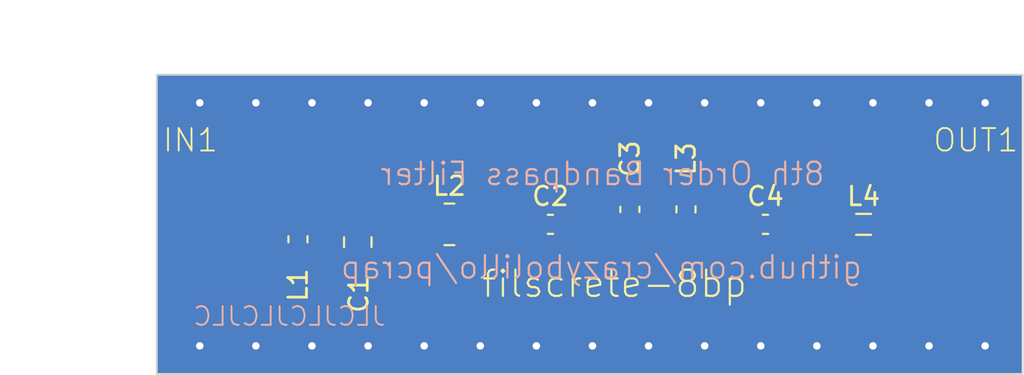
<source format=kicad_pcb>
(kicad_pcb (version 20221018) (generator pcbnew)
  (layers (0 "F.Cu" signal) (31 "B.Cu" signal) (34 "B.Paste" user) (35 "F.Paste" user) (36 "B.SilkS" user "B.Silkscreen") (37 "F.SilkS" user "F.Silkscreen") (38 "B.Mask" user) (39 "F.Mask" user) (44 "Edge.Cuts" user))
  (net 0 "")
  (net 1 "Net-(IN1-In)")
  (net 2 "GND")
  (net 3 "Net-(C2-Pad1)")
  (net 4 "Net-(C2-Pad2)")
  (net 5 "Net-(C4-Pad1)")
  (net 6 "Net-(OUT1-In)")
  (footprint "Capacitor_SMD:C_0805_2012Metric" (layer "F.Cu") (at 130.95 110.95 -90)
    (fp_text reference "C1" (at 2.8 -0.05 90) (layer "F.SilkS"))
    (fp_text value "C" hide)
    (fp_line (start -0.261252 -0.735) (end 0.261252 -0.735) (stroke (width 0.12)) (layer "F.SilkS"))
    (fp_line (start -0.261252 0.735) (end 0.261252 0.735) (stroke (width 0.12)) (layer "F.SilkS"))
    (pad "1" smd roundrect (at -0.95 0 270) (size 1 1.45) (layers "F.Cu" "F.Paste" "F.Mask") (net 1 "Net-(IN1-In)"))
    (pad "2" smd roundrect (at 0.95 0 270) (size 1 1.45) (layers "F.Cu" "F.Paste" "F.Mask") (net 2 "GND"))
  )
  (footprint "Capacitor_SMD:C_0603_1608Metric" (layer "F.Cu") (at 141.25 110)
    (fp_text reference "C2" (at 0 -1.5) (layer "F.SilkS"))
    (fp_text value "C" hide)
    (fp_line (start -0.14058 -0.51) (end 0.14058 -0.51) (stroke (width 0.12)) (layer "F.SilkS"))
    (fp_line (start -0.14058 0.51) (end 0.14058 0.51) (stroke (width 0.12)) (layer "F.SilkS"))
    (pad "1" smd roundrect (at -0.775 0) (size 0.9 0.95) (layers "F.Cu" "F.Paste" "F.Mask") (net 3 "Net-(C2-Pad1)"))
    (pad "2" smd roundrect (at 0.775 0) (size 0.9 0.95) (layers "F.Cu" "F.Paste" "F.Mask") (net 4 "Net-(C2-Pad2)"))
  )
  (footprint "Inductor_SMD:L_0805_2012Metric" (layer "F.Cu") (at 158 110 180)
    (fp_text reference "L4" (at 0 1.5) (layer "F.SilkS"))
    (fp_text value "L" hide)
    (fp_line (start -0.399622 -0.56) (end 0.399622 -0.56) (stroke (width 0.12)) (layer "F.SilkS"))
    (fp_line (start -0.399622 0.56) (end 0.399622 0.56) (stroke (width 0.12)) (layer "F.SilkS"))
    (pad "1" smd roundrect (at -1.0625 0 180) (size 0.875 1.2) (layers "F.Cu" "F.Paste" "F.Mask") (net 6 "Net-(OUT1-In)"))
    (pad "2" smd roundrect (at 1.0625 0 180) (size 0.875 1.2) (layers "F.Cu" "F.Paste" "F.Mask") (net 5 "Net-(C4-Pad1)"))
  )
  (footprint "Inductor_SMD:L_1008_2520Metric" (layer "F.Cu") (at 135.85 110)
    (fp_text reference "L2" (at 0 -2.05) (layer "F.SilkS"))
    (fp_text value "L" hide)
    (fp_line (start -0.261252 -1.11) (end 0.261252 -1.11) (stroke (width 0.12)) (layer "F.SilkS"))
    (fp_line (start -0.261252 1.11) (end 0.261252 1.11) (stroke (width 0.12)) (layer "F.SilkS"))
    (pad "1" smd roundrect (at -1.075 0) (size 1.25 2.2) (layers "F.Cu" "F.Paste" "F.Mask") (roundrect_rratio 0.2) (net 1 "Net-(IN1-In)"))
    (pad "2" smd roundrect (at 1.075 0) (size 1.25 2.2) (layers "F.Cu" "F.Paste" "F.Mask") (roundrect_rratio 0.2) (net 3 "Net-(C2-Pad1)"))
  )
  (footprint "pcrap:SMA_EdgeMount" (layer "F.Cu") (at 163.2 110 -90)
    (fp_text reference "OUT1" (at -4.5 -0.8 unlocked) (layer "F.SilkS") (effects (font (size 1.2 1.2) (thickness 0.1))))
    (fp_text value "Conn_Coaxial" hide)
    (pad "1" smd rect (at 0 -1 90) (size 1.3 4.2) (layers "F.Cu" "F.Paste" "F.Mask") (net 6 "Net-(OUT1-In)"))
    (pad "2" smd rect (at -2.54 -1 90) (size 1.5 4.2) (layers "F.Cu" "F.Paste" "F.Mask") (net 2 "GND"))
    (pad "2" smd rect (at -2.54 -1 270) (size 1.5 4.2) (layers "B.Cu" "B.Paste" "B.Mask") (net 2 "GND"))
    (pad "2" smd rect (at 2.54 -1 90) (size 1.5 4.2) (layers "F.Cu" "F.Paste" "F.Mask") (net 2 "GND"))
    (pad "2" smd rect (at 2.54 -1 90) (size 1.5 4.2) (layers "B.Cu" "B.Paste" "B.Mask") (net 2 "GND"))
  )
  (footprint "Capacitor_SMD:C_0603_1608Metric" (layer "F.Cu") (at 152.75 110 180)
    (fp_text reference "C4" (at 0 1.5) (layer "F.SilkS"))
    (fp_text value "C" hide)
    (fp_line (start -0.14058 -0.51) (end 0.14058 -0.51) (stroke (width 0.12)) (layer "F.SilkS"))
    (fp_line (start -0.14058 0.51) (end 0.14058 0.51) (stroke (width 0.12)) (layer "F.SilkS"))
    (pad "1" smd roundrect (at -0.775 0 180) (size 0.9 0.95) (layers "F.Cu" "F.Paste" "F.Mask") (net 5 "Net-(C4-Pad1)"))
    (pad "2" smd roundrect (at 0.775 0 180) (size 0.9 0.95) (layers "F.Cu" "F.Paste" "F.Mask") (net 4 "Net-(C2-Pad2)"))
  )
  (footprint "Inductor_SMD:L_0603_1608Metric" (layer "F.Cu") (at 127.75 110.8 -90)
    (fp_text reference "L1" (at 2.45 0 90) (layer "F.SilkS"))
    (fp_text value "L" hide)
    (fp_line (start -0.162779 -0.51) (end 0.162779 -0.51) (stroke (width 0.12)) (layer "F.SilkS"))
    (fp_line (start -0.162779 0.51) (end 0.162779 0.51) (stroke (width 0.12)) (layer "F.SilkS"))
    (pad "1" smd roundrect (at -0.7875 0 270) (size 0.875 0.95) (layers "F.Cu" "F.Paste" "F.Mask") (net 1 "Net-(IN1-In)"))
    (pad "2" smd roundrect (at 0.7875 0 270) (size 0.875 0.95) (layers "F.Cu" "F.Paste" "F.Mask") (net 2 "GND"))
  )
  (footprint "Inductor_SMD:L_0603_1608Metric" (layer "F.Cu") (at 148.5 109.2 90)
    (fp_text reference "L3" (at 2.7 0 90) (layer "F.SilkS"))
    (fp_text value "L" hide)
    (fp_line (start -0.162779 -0.51) (end 0.162779 -0.51) (stroke (width 0.12)) (layer "F.SilkS"))
    (fp_line (start -0.162779 0.51) (end 0.162779 0.51) (stroke (width 0.12)) (layer "F.SilkS"))
    (pad "1" smd roundrect (at -0.7875 0 90) (size 0.875 0.95) (layers "F.Cu" "F.Paste" "F.Mask") (net 4 "Net-(C2-Pad2)"))
    (pad "2" smd roundrect (at 0.7875 0 90) (size 0.875 0.95) (layers "F.Cu" "F.Paste" "F.Mask") (net 2 "GND"))
  )
  (footprint "pcrap:SMA_EdgeMount" (layer "F.Cu") (at 123.5 110 90)
    (fp_text reference "IN1" (at 4.5 -1.5 unlocked) (layer "F.SilkS") (effects (font (size 1.2 1.2) (thickness 0.1))))
    (fp_text value "Conn_Coaxial" hide)
    (pad "1" smd rect (at 0 -1 270) (size 1.3 4.2) (layers "F.Cu" "F.Paste" "F.Mask") (net 1 "Net-(IN1-In)"))
    (pad "2" smd rect (at -2.54 -1 270) (size 1.5 4.2) (layers "F.Cu" "F.Paste" "F.Mask") (net 2 "GND"))
    (pad "2" smd rect (at -2.54 -1 90) (size 1.5 4.2) (layers "B.Cu" "B.Paste" "B.Mask") (net 2 "GND"))
    (pad "2" smd rect (at 2.54 -1 270) (size 1.5 4.2) (layers "F.Cu" "F.Paste" "F.Mask") (net 2 "GND"))
    (pad "2" smd rect (at 2.54 -1 270) (size 1.5 4.2) (layers "B.Cu" "B.Paste" "B.Mask") (net 2 "GND"))
  )
  (footprint "Capacitor_SMD:C_0603_1608Metric" (layer "F.Cu") (at 145.5 109.2 90)
    (fp_text reference "C3" (at 2.7 0 90) (layer "F.SilkS"))
    (fp_text value "C" hide)
    (fp_line (start -0.14058 -0.51) (end 0.14058 -0.51) (stroke (width 0.12)) (layer "F.SilkS"))
    (fp_line (start -0.14058 0.51) (end 0.14058 0.51) (stroke (width 0.12)) (layer "F.SilkS"))
    (pad "1" smd roundrect (at -0.775 0 90) (size 0.9 0.95) (layers "F.Cu" "F.Paste" "F.Mask") (net 4 "Net-(C2-Pad2)"))
    (pad "2" smd roundrect (at 0.775 0 90) (size 0.9 0.95) (layers "F.Cu" "F.Paste" "F.Mask") (net 2 "GND"))
  )
  (gr_rect (start 120.2 102) (end 166.5 118) (stroke (width 0.1)) (fill none) (layer "Edge.Cuts"))
  (gr_text "github.com/crazybolillo/pcrap" (at 158 113) (layer "B.SilkS") (effects (font (size 1.2 1.2) (thickness 0.12)) (justify left bottom mirror)))
  (gr_text "8th Order Bandpass Filter" (at 156 108) (layer "B.SilkS") (effects (font (size 1.2 1.2) (thickness 0.12)) (justify left bottom mirror)))
  (gr_text "JLCJLCJLCJLC" (at 132.5 115.5) (layer "B.SilkS") (effects (font (size 1 1) (thickness 0.1)) (justify left bottom mirror)))
  (gr_text "filscrete-8bp" (at 137.5 114) (layer "F.SilkS") (effects (font (size 1.4 1.4) (thickness 0.12)) (justify left bottom)))
  (segment (start 127.7375 110) (end 127.75 110.0125) (width 0.66) (layer "F.Cu") (net 1))
  (segment (start 130.95 110) (end 127.7625 110) (width 0.66) (layer "F.Cu") (net 1))
  (segment (start 134.775 110) (end 130.95 110) (width 0.66) (layer "F.Cu") (net 1))
  (segment (start 122.5 110) (end 127.7375 110) (width 0.66) (layer "F.Cu") (net 1))
  (segment (start 127.7625 110) (end 127.75 110.0125) (width 0.66) (layer "F.Cu") (net 1))
  (via (at 146.5 103.5) (size 0.8) (drill 0.4) (layers "F.Cu" "B.Cu") (net 2))
  (via (at 158.5 103.5) (size 0.8) (drill 0.4) (layers "F.Cu" "B.Cu") (net 2))
  (via (at 161.5 116.5) (size 0.8) (drill 0.4) (layers "F.Cu" "B.Cu") (net 2))
  (via (at 152.5 116.5) (size 0.8) (drill 0.4) (layers "F.Cu" "B.Cu") (net 2))
  (via (at 131.5 116.5) (size 0.8) (drill 0.4) (layers "F.Cu" "B.Cu") (net 2))
  (via (at 155.5 116.5) (size 0.8) (drill 0.4) (layers "F.Cu" "B.Cu") (net 2))
  (via (at 128.5 116.5) (size 0.8) (drill 0.4) (layers "F.Cu" "B.Cu") (net 2))
  (via (at 158.5 116.5) (size 0.8) (drill 0.4) (layers "F.Cu" "B.Cu") (net 2))
  (via (at 143.5 103.5) (size 0.8) (drill 0.4) (layers "F.Cu" "B.Cu") (net 2))
  (via (at 164.5 103.5) (size 0.8) (drill 0.4) (layers "F.Cu" "B.Cu") (net 2))
  (via (at 164.5 116.5) (size 0.8) (drill 0.4) (layers "F.Cu" "B.Cu") (net 2))
  (via (at 137.5 103.5) (size 0.8) (drill 0.4) (layers "F.Cu" "B.Cu") (net 2))
  (via (at 128.5 103.5) (size 0.8) (drill 0.4) (layers "F.Cu" "B.Cu") (net 2))
  (via (at 143.5 116.5) (size 0.8) (drill 0.4) (layers "F.Cu" "B.Cu") (net 2))
  (via (at 125.5 103.5) (size 0.8) (drill 0.4) (layers "F.Cu" "B.Cu") (net 2))
  (via (at 122.5 103.5) (size 0.8) (drill 0.4) (layers "F.Cu" "B.Cu") (net 2))
  (via (at 134.5 103.5) (size 0.8) (drill 0.4) (layers "F.Cu" "B.Cu") (net 2))
  (via (at 140.5 103.5) (size 0.8) (drill 0.4) (layers "F.Cu" "B.Cu") (net 2))
  (via (at 155.5 103.5) (size 0.8) (drill 0.4) (layers "F.Cu" "B.Cu") (net 2))
  (via (at 149.5 116.5) (size 0.8) (drill 0.4) (layers "F.Cu" "B.Cu") (net 2))
  (via (at 140.5 116.5) (size 0.8) (drill 0.4) (layers "F.Cu" "B.Cu") (net 2))
  (via (at 137.5 116.5) (size 0.8) (drill 0.4) (layers "F.Cu" "B.Cu") (net 2))
  (via (at 131.5 103.5) (size 0.8) (drill 0.4) (layers "F.Cu" "B.Cu") (net 2))
  (via (at 152.5 103.5) (size 0.8) (drill 0.4) (layers "F.Cu" "B.Cu") (net 2))
  (via (at 149.5 103.5) (size 0.8) (drill 0.4) (layers "F.Cu" "B.Cu") (net 2))
  (via (at 161.5 103.5) (size 0.8) (drill 0.4) (layers "F.Cu" "B.Cu") (net 2))
  (via (at 146.5 116.5) (size 0.8) (drill 0.4) (layers "F.Cu" "B.Cu") (net 2))
  (via (at 134.5 116.5) (size 0.8) (drill 0.4) (layers "F.Cu" "B.Cu") (net 2))
  (via (at 125.5 116.5) (size 0.8) (drill 0.4) (layers "F.Cu" "B.Cu") (net 2))
  (via (at 122.5 116.5) (size 0.8) (drill 0.4) (layers "F.Cu" "B.Cu") (net 2))
  (segment (start 136.925 110) (end 140.475 110) (width 0.66) (layer "F.Cu") (net 3))
  (segment (start 148.5125 110) (end 148.5 109.9875) (width 0.66) (layer "F.Cu") (net 4))
  (segment (start 142.025 110) (end 145.475 110) (width 0.66) (layer "F.Cu") (net 4))
  (segment (start 145.475 110) (end 145.5 109.975) (width 0.66) (layer "F.Cu") (net 4))
  (segment (start 148.5 109.9875) (end 145.5125 109.9875) (width 0.66) (layer "F.Cu") (net 4))
  (segment (start 151.975 110) (end 148.5125 110) (width 0.66) (layer "F.Cu") (net 4))
  (segment (start 145.5125 109.9875) (end 145.5 109.975) (width 0.66) (layer "F.Cu") (net 4))
  (segment (start 153.525 110) (end 156.9375 110) (width 0.66) (layer "F.Cu") (net 5))
  (segment (start 159.0625 110) (end 164.2 110) (width 0.66) (layer "F.Cu") (net 6))
  (zone (net 2) (net_name "GND") (layers "F&B.Cu") (name "stitch_zone_0") (connect_pads yes (clearance 0.13)) (min_thickness 0.25) (fill yes (thermal_gap 0.5) (thermal_bridge_width 0.5))
    (polygon (pts (xy 120.2 102) (xy 166.6 102) (xy 166.6 118) (xy 120.2 118)))
  )
)
</source>
